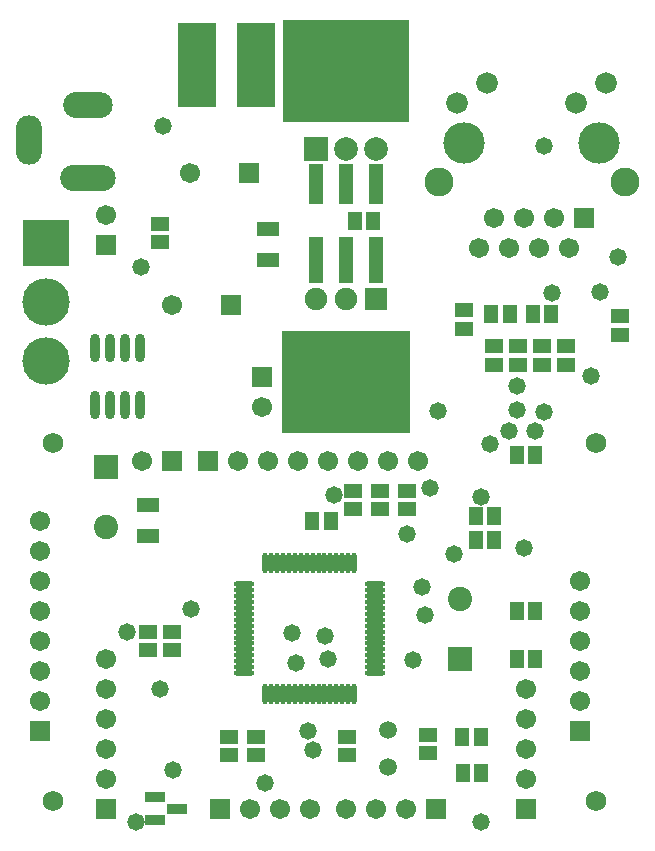
<source format=gts>
%FSLAX23Y23*%
%MOIN*%
G70*
G01*
G75*
G04 Layer_Color=8388736*
%ADD10R,0.118X0.276*%
%ADD11R,0.067X0.043*%
%ADD12R,0.039X0.051*%
%ADD13R,0.055X0.043*%
%ADD14O,0.061X0.010*%
%ADD15O,0.010X0.061*%
%ADD16R,0.043X0.055*%
%ADD17R,0.051X0.039*%
%ADD18R,0.413X0.331*%
%ADD19R,0.041X0.130*%
%ADD20R,0.041X0.150*%
%ADD21R,0.421X0.331*%
%ADD22R,0.059X0.024*%
%ADD23O,0.024X0.087*%
%ADD24C,0.020*%
%ADD25C,0.010*%
%ADD26C,0.012*%
%ADD27R,0.059X0.059*%
%ADD28C,0.059*%
%ADD29C,0.150*%
%ADD30R,0.150X0.150*%
%ADD31R,0.059X0.059*%
%ADD32C,0.051*%
%ADD33C,0.073*%
%ADD34R,0.073X0.073*%
%ADD35C,0.059*%
%ADD36O,0.079X0.157*%
%ADD37O,0.157X0.079*%
%ADD38O,0.177X0.079*%
%ADD39C,0.064*%
%ADD40C,0.130*%
%ADD41C,0.088*%
%ADD42C,0.060*%
%ADD43C,0.071*%
%ADD44R,0.071X0.071*%
%ADD45C,0.067*%
%ADD46R,0.067X0.067*%
%ADD47C,0.050*%
%ADD48C,0.008*%
%ADD49C,0.010*%
%ADD50C,0.024*%
%ADD51C,0.006*%
%ADD52R,0.126X0.284*%
%ADD53R,0.075X0.051*%
%ADD54R,0.047X0.059*%
%ADD55R,0.063X0.051*%
%ADD56O,0.069X0.018*%
%ADD57O,0.018X0.069*%
%ADD58R,0.051X0.063*%
%ADD59R,0.059X0.047*%
%ADD60R,0.421X0.339*%
%ADD61R,0.049X0.138*%
%ADD62R,0.049X0.158*%
%ADD63R,0.429X0.339*%
%ADD64R,0.067X0.032*%
%ADD65O,0.032X0.095*%
%ADD66R,0.067X0.067*%
%ADD67C,0.067*%
%ADD68C,0.158*%
%ADD69R,0.158X0.158*%
%ADD70R,0.067X0.067*%
%ADD71C,0.059*%
%ADD72C,0.081*%
%ADD73R,0.081X0.081*%
%ADD74C,0.067*%
%ADD75O,0.087X0.165*%
%ADD76O,0.165X0.087*%
%ADD77O,0.185X0.087*%
%ADD78C,0.072*%
%ADD79C,0.138*%
%ADD80C,0.096*%
%ADD81C,0.068*%
%ADD82C,0.079*%
%ADD83R,0.079X0.079*%
%ADD84C,0.075*%
%ADD85R,0.075X0.075*%
%ADD86C,0.058*%
D52*
X2683Y3680D02*
D03*
X2880D02*
D03*
D53*
X2920Y3133D02*
D03*
Y3027D02*
D03*
X2520Y2107D02*
D03*
Y2213D02*
D03*
D54*
X3726Y2850D02*
D03*
X3664D02*
D03*
X3631Y1440D02*
D03*
X3569D02*
D03*
X3069Y2160D02*
D03*
X3131D02*
D03*
D55*
X3295Y2200D02*
D03*
Y2260D02*
D03*
X3385Y2200D02*
D03*
Y2260D02*
D03*
X3455Y1385D02*
D03*
Y1445D02*
D03*
X3185Y1380D02*
D03*
Y1440D02*
D03*
X2560Y3150D02*
D03*
Y3090D02*
D03*
X2880Y1440D02*
D03*
Y1380D02*
D03*
X2790Y1440D02*
D03*
Y1380D02*
D03*
X2520Y1790D02*
D03*
Y1730D02*
D03*
X2600D02*
D03*
Y1790D02*
D03*
X3205Y2200D02*
D03*
Y2260D02*
D03*
D56*
X2842Y1948D02*
D03*
Y1928D02*
D03*
Y1908D02*
D03*
Y1889D02*
D03*
Y1869D02*
D03*
Y1849D02*
D03*
Y1830D02*
D03*
Y1810D02*
D03*
Y1790D02*
D03*
Y1770D02*
D03*
Y1751D02*
D03*
Y1731D02*
D03*
Y1711D02*
D03*
Y1692D02*
D03*
Y1672D02*
D03*
Y1652D02*
D03*
X3278D02*
D03*
Y1672D02*
D03*
Y1692D02*
D03*
Y1711D02*
D03*
Y1731D02*
D03*
Y1751D02*
D03*
Y1770D02*
D03*
Y1790D02*
D03*
Y1810D02*
D03*
Y1830D02*
D03*
Y1849D02*
D03*
Y1869D02*
D03*
Y1889D02*
D03*
Y1908D02*
D03*
Y1928D02*
D03*
Y1948D02*
D03*
D57*
X2912Y1582D02*
D03*
X2932D02*
D03*
X2952D02*
D03*
X2971D02*
D03*
X2991D02*
D03*
X3011D02*
D03*
X3030D02*
D03*
X3050D02*
D03*
X3070D02*
D03*
X3090D02*
D03*
X3109D02*
D03*
X3129D02*
D03*
X3149D02*
D03*
X3168D02*
D03*
X3188D02*
D03*
X3208D02*
D03*
Y2018D02*
D03*
X3188D02*
D03*
X3168D02*
D03*
X3149D02*
D03*
X3129D02*
D03*
X3109D02*
D03*
X3090D02*
D03*
X3070D02*
D03*
X3050D02*
D03*
X3030D02*
D03*
X3011D02*
D03*
X2991D02*
D03*
X2971D02*
D03*
X2952D02*
D03*
X2932D02*
D03*
X2912D02*
D03*
D58*
X3570Y1320D02*
D03*
X3630D02*
D03*
X3210Y3160D02*
D03*
X3270D02*
D03*
X3675Y2095D02*
D03*
X3615D02*
D03*
X3750Y1860D02*
D03*
X3810D02*
D03*
Y1700D02*
D03*
X3750D02*
D03*
X3675Y2175D02*
D03*
X3615D02*
D03*
X3750Y2380D02*
D03*
X3810D02*
D03*
X3805Y2850D02*
D03*
X3865D02*
D03*
D59*
X3675Y2679D02*
D03*
Y2741D02*
D03*
X3755Y2679D02*
D03*
Y2741D02*
D03*
X3835Y2679D02*
D03*
Y2741D02*
D03*
X3915Y2679D02*
D03*
Y2741D02*
D03*
X4095Y2841D02*
D03*
Y2779D02*
D03*
X3575Y2799D02*
D03*
Y2861D02*
D03*
D60*
X3180Y3658D02*
D03*
D61*
X3280Y3282D02*
D03*
X3180D02*
D03*
X3080D02*
D03*
D62*
X3280Y3028D02*
D03*
X3180D02*
D03*
X3080D02*
D03*
D63*
X3180Y2623D02*
D03*
D64*
X2617Y1200D02*
D03*
X2543Y1163D02*
D03*
Y1237D02*
D03*
D65*
X2495Y2734D02*
D03*
X2445D02*
D03*
X2395D02*
D03*
X2345D02*
D03*
X2495Y2546D02*
D03*
X2445D02*
D03*
X2395D02*
D03*
X2345D02*
D03*
D66*
X2380Y3080D02*
D03*
X3780Y1200D02*
D03*
X2900Y2640D02*
D03*
X2160Y1460D02*
D03*
X2380Y1200D02*
D03*
X3960Y1460D02*
D03*
D67*
X2380Y3180D02*
D03*
X3780Y1600D02*
D03*
Y1500D02*
D03*
Y1400D02*
D03*
Y1300D02*
D03*
X2900Y2540D02*
D03*
X2500Y2360D02*
D03*
X2160Y2160D02*
D03*
Y2060D02*
D03*
Y1960D02*
D03*
Y1860D02*
D03*
Y1760D02*
D03*
Y1660D02*
D03*
Y1560D02*
D03*
X2380Y1700D02*
D03*
Y1600D02*
D03*
Y1500D02*
D03*
Y1400D02*
D03*
Y1300D02*
D03*
X3060Y1200D02*
D03*
X2960D02*
D03*
X2860D02*
D03*
X2123Y3466D02*
D03*
Y3387D02*
D03*
X2359Y3545D02*
D03*
X2281D02*
D03*
X3380Y1200D02*
D03*
X3280D02*
D03*
X3180D02*
D03*
X3420Y2360D02*
D03*
X3320D02*
D03*
X3220D02*
D03*
X3120D02*
D03*
X3020D02*
D03*
X2920D02*
D03*
X2820D02*
D03*
X3875Y3170D02*
D03*
X3775D02*
D03*
X3825Y3070D02*
D03*
X3725D02*
D03*
X3675Y3170D02*
D03*
X3925Y3070D02*
D03*
X3625D02*
D03*
X3960Y1960D02*
D03*
Y1860D02*
D03*
Y1760D02*
D03*
Y1660D02*
D03*
Y1560D02*
D03*
X2662Y3320D02*
D03*
X2602Y2880D02*
D03*
D68*
X2180Y2888D02*
D03*
Y2692D02*
D03*
D69*
Y3085D02*
D03*
D70*
X2600Y2360D02*
D03*
X2760Y1200D02*
D03*
X3480D02*
D03*
X2720Y2360D02*
D03*
X3975Y3170D02*
D03*
X2858Y3320D02*
D03*
X2798Y2880D02*
D03*
D71*
X3320Y1339D02*
D03*
Y1461D02*
D03*
D72*
X2380Y2140D02*
D03*
X3560Y1900D02*
D03*
D73*
X2380Y2340D02*
D03*
X3560Y1700D02*
D03*
D74*
X2271Y3301D02*
D03*
X2369D02*
D03*
D75*
X2123Y3427D02*
D03*
D76*
X2320Y3545D02*
D03*
D77*
Y3301D02*
D03*
D78*
X3551Y3553D02*
D03*
X3651Y3620D02*
D03*
X3949Y3553D02*
D03*
X4049Y3620D02*
D03*
D79*
X3575Y3420D02*
D03*
X4025D02*
D03*
D80*
X4110Y3290D02*
D03*
X3490D02*
D03*
D81*
X4015Y1225D02*
D03*
Y2420D02*
D03*
X2205D02*
D03*
Y1225D02*
D03*
D82*
X3280Y3400D02*
D03*
X3180D02*
D03*
D83*
X3080D02*
D03*
D84*
X3080Y2900D02*
D03*
X3180D02*
D03*
D85*
X3280D02*
D03*
D86*
X3724Y2460D02*
D03*
X3811Y2457D02*
D03*
X3841Y2521D02*
D03*
X3752Y2528D02*
D03*
X3998Y2643D02*
D03*
X3487Y2525D02*
D03*
X3867Y2919D02*
D03*
X4028Y2922D02*
D03*
X3840Y3410D02*
D03*
X3752Y2609D02*
D03*
X3660Y2414D02*
D03*
X3632Y2240D02*
D03*
X3460Y2267D02*
D03*
X4087Y3037D02*
D03*
X2910Y1284D02*
D03*
X3055Y1457D02*
D03*
X2498Y3004D02*
D03*
X2570Y3474D02*
D03*
X3120Y1700D02*
D03*
X3015Y1685D02*
D03*
X3405Y1695D02*
D03*
X3445Y1845D02*
D03*
X3630Y1155D02*
D03*
X2605Y1330D02*
D03*
X2450Y1790D02*
D03*
X2665Y1865D02*
D03*
X2480Y1155D02*
D03*
X2560Y1600D02*
D03*
X3070Y1395D02*
D03*
X3110Y1775D02*
D03*
X3000Y1785D02*
D03*
X3140Y2245D02*
D03*
X3540Y2050D02*
D03*
X3435Y1940D02*
D03*
X3385Y2115D02*
D03*
X3775Y2070D02*
D03*
M02*

</source>
